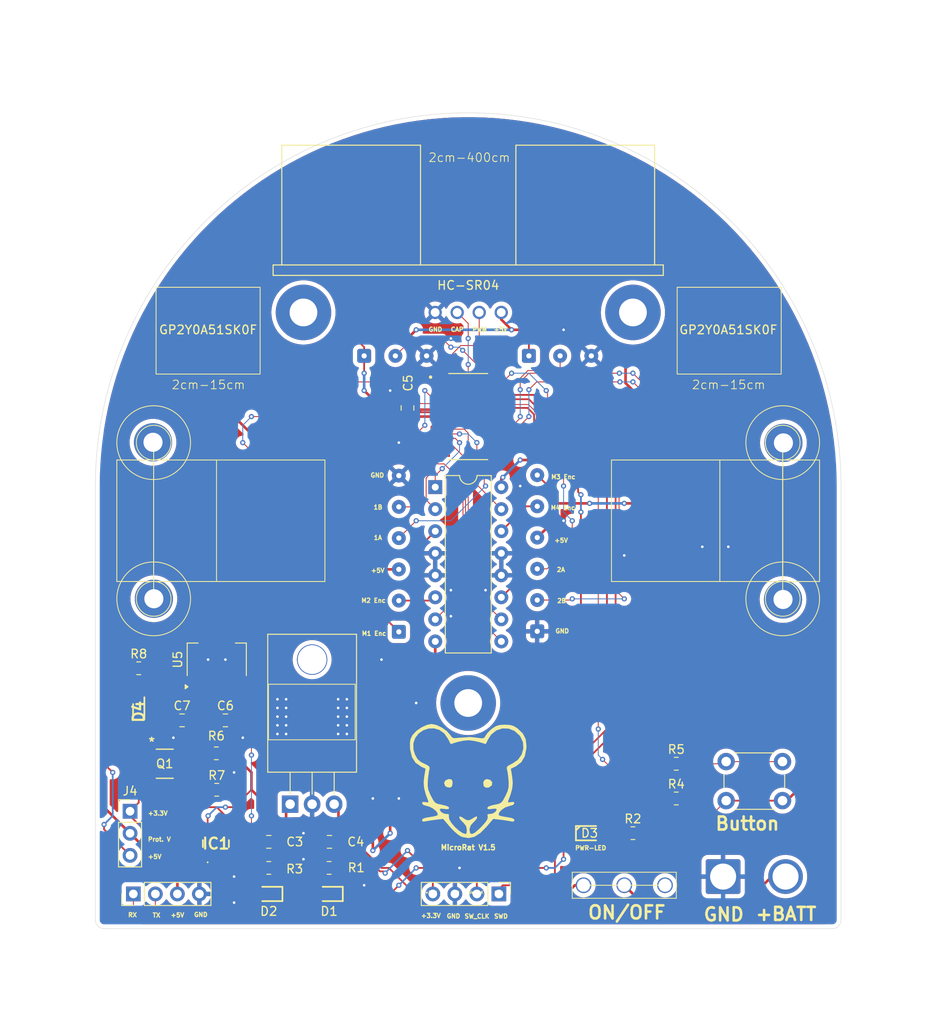
<source format=kicad_pcb>
(kicad_pcb (version 20240108) (generator "pcbnew") (generator_version "8.0")
  (title_block (title "MicroRat v1.5") (date "2025-09-03") (rev "1") (company "Berliner Hochschule für Technik"))
  (layers (0 "F.Cu" signal) (31 "B.Cu" signal) (34 "B.Paste" user) (35 "F.Paste" user) (36 "B.SilkS" user "B.Silkscreen") (37 "F.SilkS" user "F.Silkscreen") (38 "B.Mask" user) (39 "F.Mask" user) (44 "Edge.Cuts" user))
  (net 0 "")
  (net 1 "Batt_out")
  (net 2 "GND")
  (net 3 "+5V")
  (net 4 "+6V")
  (net 5 "Net-(D1-A)")
  (net 6 "Net-(D2-A)")
  (net 7 "Net-(D3-A)")
  (net 8 "Infra_out1")
  (net 9 "Infra_out2")
  (net 10 "+BATT")
  (net 11 "UART_RX")
  (net 12 "UART_TX")
  (net 13 "M1 Enc")
  (net 14 "M2 Enc")
  (net 15 "M3 Enc")
  (net 16 "M4 Enc")
  (net 17 "Prot. Voltage")
  (net 18 "Input 1")
  (net 19 "Input 3")
  (net 20 "Input 2")
  (net 21 "PWM 1")
  (net 22 "Input 4")
  (net 23 "PWM 2")
  (net 24 "unconnected-(U3-VDDP-Pad26)")
  (net 26 "CAP")
  (net 28 "Net-(R4-Pad2)")
  (net 34 "PWM 3")
  (net 36 "SWD")
  (net 37 "+3.3V")
  (net 38 "SW_CLK")
  (net 39 "Button")
  (net 43 "unconnected-(U3-P2.8-Pad5)")
  (net 46 "unconnected-(U3-P2.5-Pad2)")
  (net 47 "LED 2")
  (net 48 "LED 1")
  (net 49 "1A")
  (net 50 "1B")
  (net 51 "2A")
  (net 52 "2B")
  (net 53 "Net-(U5-VI)")
  (net 54 "Net-(IC1-INVERTING_INPUT)")
  (net 55 "Net-(IC1-OUT)")
  (footprint "MountingHole:MountingHole_2.2mm_M2_Pad_TopBottom" (layer "F.Cu") (at 274.357419 165.030957)
    (property "Reference" "REF**" (hide yes))
    (property "Value" "MountingHole_2.2mm_M2_Pad_TopBottom" (hide yes))
  )
  (footprint "Resistor_SMD:R_0805_2012Metric_Pad1.20x1.40mm_HandSolder" (layer "F.Cu") (at 208.95 200.8 180)
    (property "Reference" "R6")
    (property "Value" "R10k" (hide yes))
  )
  (footprint "Connector_Wire:SolderWire-0.1sqmm_1x03_P3.6mm_D0.4mm_OD1mm" (layer "F.Cu") (at 226 155)
    (property "Reference" "J2" (hide yes))
    (property "Value" "Conn_01x03_Socket" (hide yes))
  )
  (footprint "Connector_PinHeader_2.54mm:PinHeader_1x04_P2.54mm_Vertical" (layer "F.Cu") (at 199.38 217 90)
    (property "Reference" "J5" (hide yes))
    (property "Value" "Conn_01x04_Pin" (hide yes))
  )
  (footprint "Capacitor_SMD:C_0805_2012Metric_Pad1.18x1.45mm_HandSolder" (layer "F.Cu") (at 210 197)
    (property "Reference" "C6")
    (property "Value" "C100nF" (hide yes))
  )
  (footprint "LM7301:LM7301SN1T1G" (layer "F.Cu") (at 208.9 211.2 180)
    (property "Reference" "IC1")
    (property "Value" "LM7301SN1T1G" (hide yes))
  )
  (footprint "Library:Schiebeschalter" (layer "F.Cu") (at 256 216)
    (property "Reference" "SW3" (hide yes))
    (property "Value" "SW_SPDT" (hide yes))
  )
  (footprint "Button_Switch_THT:SW_PUSH_6mm_H4.3mm" (layer "F.Cu") (at 267.75 201.75)
    (property "Reference" "SW2" (hide yes))
    (property "Value" "SW_MEC_5E" (hide yes))
  )
  (footprint "150060GS75000:LEDC1608X80N" (layer "F.Cu") (at 252 210)
    (property "Reference" "D3")
    (property "Value" "LED" (hide yes))
  )
  (footprint "Package_TO_SOT_SMD:SOT-223-3_TabPin2" (layer "F.Cu") (at 209 190 90)
    (property "Reference" "U5")
    (property "Value" "LD1117S50TR_SOT223" (hide yes))
  )
  (footprint "Connector_PinHeader_2.54mm:PinHeader_1x03_P2.54mm_Vertical" (layer "F.Cu") (at 199 207.475)
    (property "Reference" "J4")
    (property "Value" "Conn_01x03_Socket" (hide yes))
  )
  (footprint "Library:Motor_Bracket" (layer "F.Cu") (at 279.275 172.5 -90)
    (property "Reference" "Motor" (hide yes))
    (property "Value" "Motor_Bracket" (hide yes))
  )
  (footprint "Resistor_SMD:R_0805_2012Metric_Pad1.20x1.40mm_HandSolder" (layer "F.Cu") (at 262 202)
    (property "Reference" "R5")
    (property "Value" "R10K" (hide yes))
  )
  (footprint "Library:Sharp" (layer "F.Cu") (at 204 147.1)
    (property "Reference" "GP2Y0A51SK0F")
    (property "Value" "Sharp" (hide yes))
  )
  (footprint "Library:Sharp" (layer "F.Cu") (at 262.1 147.1)
    (property "Reference" "GP2Y0A51SK0F")
    (property "Value" "Sharp" (hide yes))
  )
  (footprint "Capacitor_SMD:C_0805_2012Metric_Pad1.18x1.45mm_HandSolder" (layer "F.Cu") (at 205 197)
    (property "Reference" "C7")
    (property "Value" "C10uF" (hide yes))
  )
  (footprint "Connector_Wire:SolderWire-0.1sqmm_1x06_P3.6mm_D0.4mm_OD1mm" (layer "F.Cu") (at 230 186.8 90)
    (property "Reference" "J7" (hide yes))
    (property "Value" "Conn_01x06_Pin" (hide yes))
  )
  (footprint "Package_DIP:DIP-16_W7.62mm" (layer "F.Cu") (at 234.2 170.125)
    (property "Reference" "U1" (hide yes))
    (property "Value" "L293D" (hide yes))
  )
  (footprint "Capacitor_SMD:C_0805_2012Metric_Pad1.18x1.45mm_HandSolder" (layer "F.Cu") (at 222 211 180)
    (property "Reference" "C4")
    (property "Value" "C0.1uF" (hide yes))
  )
  (footprint "MountingHole:MountingHole_2.2mm_M2_Pad_TopBottom" (layer "F.Cu") (at 274.31153 183.070071)
    (property "Reference" "REF**" (hide yes))
    (property "Value" "MountingHole_2.2mm_M2_Pad_TopBottom" (hide yes))
  )
  (footprint "Package_TO_SOT_THT:TO-220-3_Horizontal_TabDown" (layer "F.Cu") (at 217.46 206.66)
    (property "Reference" "U10" (hide yes))
    (property "Value" "L7806" (hide yes))
  )
  (footprint "Connector_Wire:SolderWire-0.1sqmm_1x03_P3.6mm_D0.4mm_OD1mm" (layer "F.Cu") (at 245 155)
    (property "Reference" "J1" (hide yes))
    (property "Value" "Conn_01x03_Socket" (hide yes))
  )
  (footprint "Resistor_SMD:R_0805_2012Metric_Pad1.20x1.40mm_HandSolder" (layer "F.Cu") (at 257 210)
    (property "Reference" "R2")
    (property "Value" "R68" (hide yes))
  )
  (footprint "MountingHole:MountingHole_3.2mm_M3_Pad_TopBottom" (layer "F.Cu") (at 257 150)
    (property "Reference" "REF**" (hide yes))
    (property "Value" "MountingHole_3.2mm_M3_Pad_TopBottom" (hide yes))
  )
  (footprint "HC-SR04:XCVR_HC-SR04" (layer "F.Cu") (at 238 150 180)
    (property "Reference" "U4" (hide yes))
    (property "Value" "HC-SR04")
  )
  (footprint "Resistor_SMD:R_0805_2012Metric_Pad1.20x1.40mm_HandSolder" (layer "F.Cu") (at 209 205)
    (property "Reference" "R7")
    (property "Value" "R3.3k" (hide yes))
  )
  (footprint "Connector_Wire:SolderWire-2.5sqmm_1x02_P7.2mm_D2.4mm_OD3.6mm" (layer "F.Cu") (at 267.4 215)
    (property "Reference" "J3" (hide yes))
    (property "Value" "Conn_01x02_Pin" (hide yes))
  )
  (footprint "MountingHole:MountingHole_3.2mm_M3_Pad_TopBottom" (layer "F.Cu") (at 238 195)
    (property "Reference" "REF**" (hide yes))
    (property "Value" "MountingHole_3.2mm_M3_Pad_TopBottom" (hide yes))
  )
  (footprint "BAT60:SOD2513X110N" (layer "F.Cu") (at 200 196 -90)
    (property "Reference" "D4")
    (property "Value" "BAT60AE6327HTSA1" (hide yes))
  )
  (footprint "Library:Motor_Bracket" (layer "F.Cu") (at 196.725 175.5 90)
    (property "Reference" "Motor" (hide yes))
    (property "Value" "Motor_Bracket" (hide yes))
  )
  (footprint "Connector_PinHeader_2.54mm:PinHeader_1x04_P2.54mm_Vertical" (layer "F.Cu") (at 241.54 217 -90)
    (property "Reference" "J9" (hide yes))
    (property "Value" "Conn_Debug" (hide yes))
  )
  (footprint "sss:LEDC1608X80N" (layer "F.Cu") (at 215 217 180)
    (property "Reference" "D2")
    (property "Value" "LED Red" (hide yes))
  )
  (footprint "Resistor_SMD:R_0805_2012Metric_Pad1.20x1.40mm_HandSolder" (layer "F.Cu") (at 215 214 180)
    (property "Reference" "R3")
    (property "Value" "R128" (hide yes))
  )
  (footprint "XMC1402T038X0128AAXUMA1:SOP50P640X120-38N" (layer "F.Cu") (at 238 162)
    (property "Reference" "U3" (hide yes))
    (property "Value" "~")
  )
  (footprint "Connector_Wire:SolderWire-0.1sqmm_1x06_P3.6mm_D0.4mm_OD1mm" (layer "F.Cu") (at 245.96151 186.739722 90)
    (property "Reference" "J8" (hide yes))
    (property "Value" "Conn_01x06_Pin" (hide yes))
  )
  (footprint "ratlib:Marcus_Rat" (layer "F.Cu") (at 238 204)
    (property "Reference" "G***" (hide yes))
    (property "Value" "LOGO" (hide yes))
  )
  (footprint "Library:Kühlfläche" (layer "F.Cu") (at 214.961969 192.837842)
    (property "Reference" "REF**" (hide yes))
    (property "Value" "Kühlfläche" (hide yes))
  )
  (footprint "sss:LEDC1608X80N" (layer "F.Cu") (at 221.959398 217 180)
    (property "Reference" "D1")
    (property "Value" "LED Red" (hide yes))
  )
  (footprint "BSL30:PG-TSOP-6-1_INF" (layer "F.Cu") (at 203 202)
    (property "Reference" "Q1")
    (property "Value" "BSL307SPH6327XTSA1" (hide yes))
  )
  (footprint "Resistor_SMD:R_0805_2012Metric_Pad1.20x1.40mm_HandSolder" (layer "F.Cu") (at 221.959398 214 180)
    (property "Reference" "R1")
    (property "Value" "R128" (hide yes))
  )
  (footprint "Capacitor_SMD:C_0805_2012Metric_Pad1.18x1.45mm_HandSolder" (layer "F.Cu") (at 215 211)
    (property "Reference" "C3")
    (property "Value" "C0.33uF" (hide yes))
  )
  (footprint "MountingHole:MountingHole_2.2mm_M2_Pad_TopBottom" (layer "F.Cu") (at 201.747688 182.986561)
    (property "Reference" "REF**" (hide yes))
    (property "Value" "MountingHole_2.2mm_M2_Pad_TopBottom" (hide yes))
  )
  (footprint "MountingHole:MountingHole_3.2mm_M3_Pad_TopBottom" (layer "F.Cu") (at 219 150)
    (property "Reference" "REF**" (hide yes))
    (property "Value" "MountingHole_3.2mm_M3_Pad_TopBottom" (hide yes))
  )
  (footprint "Resistor_SMD:R_0805_2012Metric_Pad1.20x1.40mm_HandSolder" (layer "F.Cu") (at 200 191)
    (property "Reference" "R8")
    (property "Value" "R2.2k" (hide yes))
  )
  (footprint "Resistor_SMD:R_0805_2012Metric_Pad1.20x1.40mm_HandSolder" (layer "F.Cu") (at 262 206)
    (property "Reference" "R4")
    (property "Value" "R100" (hide yes))
  )
  (footprint "MountingHole:MountingHole_2.2mm_M2_Pad_TopBottom" (layer "F.Cu") (at 201.646794 164.960618)
    (property "Reference" "REF**" (hide yes))
    (property "Value" "MountingHole_2.2mm_M2_Pad_TopBottom" (hide yes))
  )
  (footprint "Capacitor_SMD:C_0805_2012Metric_Pad1.18x1.45mm_HandSolder" (layer "F.Cu") (at 231 161 -90)
    (property "Reference" "C5")
    (property "Value" "C100nF" (hide yes))
  )
  (gr_line (start 196 221) (end 280 221) (stroke (width 0.05)) (layer "Edge.Cuts"))
  (gr_arc (start 196 221) (mid 195.292893 220.707107) (end 195 220) (stroke (width 0.05)) (layer "Edge.Cuts"))
  (gr_arc (start 281 220) (mid 280.707107 220.707107) (end 280 221) (stroke (width 0.05)) (layer "Edge.Cuts"))
  (gr_arc (start 195 170) (mid 238 127) (end 281 170) (stroke (width 0.05)) (layer "Edge.Cuts"))
  (gr_line (start 195 170) (end 195 220) (stroke (width 0.05)) (layer "Edge.Cuts"))
  (gr_line (start 281 220) (end 281 170) (stroke (width 0.05)) (layer "Edge.Cuts"))
  (gr_text "ON/OFF " (at 251.663188 220.016308 0) (layer "F.SilkS") (effects (font (size 1.5 1.5) (thickness 0.3) (bold yes)) (justify left bottom)))
  (gr_text "+5V" (at 226.723647 180.025222 0) (layer "F.SilkS") (effects (font (size 0.5 0.5) (thickness 0.125)) (justify left bottom)))
  (gr_text "+5V" (at 201 213 0) (layer "F.SilkS") (effects (font (size 0.5 0.5) (thickness 0.125)) (justify left bottom)))
  (gr_text "+5V" (at 203.625205 219.729942 0) (layer "F.SilkS") (effects (font (size 0.5 0.5) (thickness 0.125)) (justify left bottom)))
  (gr_text "CAP" (at 235.925641 152.250918 0) (layer "F.SilkS") (effects (font (size 0.5 0.5) (thickness 0.125)) (justify left bottom)))
  (gr_text "GND" (at 265 220.244274 0) (layer "F.SilkS") (effects (font (size 1.5 1.5) (thickness 0.3) (bold yes)) (justify left bottom)))
  (gr_text "Prot. V" (at 201 211 0) (layer "F.SilkS") (effects (font (size 0.5 0.5) (thickness 0.125)) (justify left bottom)))
  (gr_text "+3.3V\n" (at 232.492121 219.79848 0) (layer "F.SilkS") (effects (font (size 0.5 0.5) (thickness 0.125)) (justify left bottom)))
  (gr_text "2A" (at 248.15873 179.937597 0) (layer "F.SilkS") (effects (font (size 0.5 0.5) (thickness 0.125)) (justify left bottom)))
  (gr_text "1A" (at 227.051544 176.241793 0) (layer "F.SilkS") (effects (font (size 0.5 0.5) (thickness 0.125)) (justify left bottom)))
  (gr_text "PWM" (at 238.423395 152.285851 0) (layer "F.SilkS") (effects (font (size 0.5 0.5) (thickness 0.125)) (justify left bottom)))
  (gr_text "SWD" (at 241 217 0) (layer "F.SilkS") (effects (font (size 0.3 0.3) (thickness 0.075)) (justify left bottom)))
  (gr_text "GND" (at 206.315644 219.679496 0) (layer "F.SilkS") (effects (font (size 0.5 0.5) (thickness 0.125)) (justify left bottom)))
  (gr_text "GND" (at 226.673201 169.053276 0) (layer "F.SilkS") (effects (font (size 0.5 0.5) (thickness 0.125)) (justify left bottom)))
  (gr_text "RX" (at 198.715154 219.713126 0) (layer "F.SilkS") (effects (font (size 0.5 0.5) (thickness 0.125)) (justify left bottom)))
  (gr_text "GND\n" (at 236 217 0) (layer "F.SilkS") (effects (font (size 0.3 0.3) (thickness 0.075)) (justify left bottom)))
  (gr_text "GND" (at 233.375486 152.250918 0) (layer "F.SilkS") (effects (font (size 0.5 0.5) (thickness 0.125)) (justify left bottom)))
  (gr_text "SWD" (at 240.923956 219.86855 0) (layer "F.SilkS") (effects (font (size 0.5 0.5) (thickness 0.125)) (justify left bottom)))
  (gr_text "M2 Enc" (at 225.613841 183.480755 0) (layer "F.SilkS") (effects (font (size 0.5 0.5) (thickness 0.125)) (justify left bottom)))
  (gr_text "M1 Enc" (at 225.670581 187.285711 0) (layer "F.SilkS") (effects (font (size 0.5 0.5) (thickness 0.125)) (justify left bottom)))
  (gr_text "+5V" (at 240.886216 152.268385 0) (layer "F.SilkS") (effects (font (size 0.5 0.5) (thickness 0.125)) (justify left bottom)))
  (gr_text "1B" (at 227.026321 172.735814 0) (layer "F.SilkS") (effects (font (size 0.5 0.5) (thickness 0.125)) (justify left bottom)))
  (gr_text "Button" (at 266.358725 209.772455 0) (layer "F.SilkS") (effects (font (size 1.5 1.5) (thickness 0.3) (bold yes)) (justify left bottom)))
  (gr_text "TX" (at 201.540115 219.746757 0) (layer "F.SilkS") (effects (font (size 0.5 0.5) (thickness 0.125)) (justify left bottom)))
  (gr_text "2B" (at 248.209176 183.519244 0) (layer "F.SilkS") (effects (font (size 0.5 0.5) (thickness 0.125)) (justify left bottom)))
  (gr_text "GND" (at 235.458445 219.845193 0) (layer "F.SilkS") (effects (font (size 0.5 0.5) (thickness 0.125)) (justify left bottom)))
  (gr_text "+3.3V" (at 201 208 0) (layer "F.SilkS") (effects (font (size 0.5 0.5) (thickness 0.125)) (justify left bottom)))
  (gr_text "MicroRat V1.5\n" (at 238 212 0) (layer "F.SilkS") (effects (font (size 0.6 0.6)) (justify bottom)))
  (gr_text "+BATT" (at 271 220.189456 0) (layer "F.SilkS") (effects (font (size 1.5 1.5) (thickness 0.3) (bold yes)) (justify left bottom)))
  (gr_text "M4 Enc" (at 247.459884 172.798217 0) (layer "F.SilkS") (effects (font (size 0.5 0.5) (thickness 0.125)) (justify left bottom)))
  (gr_text "GND" (at 248 187 0) (layer "F.SilkS") (effects (font (size 0.5 0.5) (thickness 0.125)) (justify left bottom)))
  (gr_text "+5V" (at 247.881279 176.557733 0) (layer "F.SilkS") (effects (font (size 0.5 0.5) (thickness 0.125)) (justify left bottom)))
  (gr_text "SW_CLK" (at 237.513851 219.86855 0) (layer "F.SilkS") (effects (font (size 0.5 0.5) (thickness 0.125)) (justify left bottom)))
  (gr_text "+3.3V" (at 233 217 0) (layer "F.SilkS") (effects (font (size 0.3 0.3) (thickness 0.075)) (justify left bottom)))
  (gr_text "SW_CLK" (at 238 217 0) (layer "F.SilkS") (effects (font (size 0.3 0.3) (thickness 0.075)) (justify left bottom)))
  (gr_text "M3 Enc" (at 247.504724 169.244595 0) (layer "F.SilkS") (effects (font (size 0.5 0.5) (thickness 0.125)) (justify left bottom)))
  (gr_text "PWR-LED" (at 250.26909 212 0) (layer "F.SilkS") (effects (font (size 0.5 0.5) (thickness 0.125) (bold yes)) (justify left bottom)))
  (gr_text_box "2cm-15cm" (start 262.9873 157) (end 281.0127 162.0254) (layer "F.SilkS") (effects (font (size 1 1) (thickness 0.1)) (justify left top)) (border no))
  (gr_text_box "2cm-400cm" (start 232.598389 130.820005) (end 250.623789 135.845405) (layer "F.SilkS") (effects (font (size 1 1) (thickness 0.1)) (justify left top)) (border no))
  (gr_text_box "2cm-15cm" (start 202.9873 157) (end 221.0127 162.0254) (layer "F.SilkS") (effects (font (size 1 1) (thickness 0.1)) (justify left top)) (border no))
  (segment (start 214 210.9625) (end 213.9625 211) (width 0.3) (layer "F.Cu") (net 1))
  (segment (start 217.46 206.66) (end 217 207.12) (width 0.3) (layer "F.Cu") (net 1))
  (segment (start 228 214) (end 226.025 212.025) (width 0.2) (layer "F.Cu") (net 1))
  (segment (start 213.9625 205.9625) (end 213 205) (width 0.3) (layer "F.Cu") (net 1))
  (segment (start 247.3 219) (end 250.3 216) (width 0.3) (layer "F.Cu") (net 1))
  (segment (start 211 207) (end 213 205) (width 0.2) (layer "F.Cu") (net 1))
  (segment (start 207 202) (end 207 200.165256) (width 0.2) (layer "F.Cu") (net 1))
  (segment (start 207.95 210) (end 207.95 208.05) (width 0.2) (layer "F.Cu") (net 1))
  (segment (start 204.25095 202.950001) (end 204.504199 202.950001) (width 0.2) (layer "F.Cu") (net 1))
  (segment (start 226.025 212.025) (end 219.255 212.025) (width 0.2) (layer "F.Cu") (net 1))
  (segment (start 217 208.69) (end 216.46 209.23) (width 0.3) (layer "F.Cu") (net 1))
  (segment (start 208.95 199.8) (end 209.95 200.8) (width 0.2) (layer "F.Cu") (net 1))
  (segment (start 207.95 208.05) (end 208 208) (width 0.2) (layer "F.Cu") (net 1))
  (segment (start 213.9625 211) (end 215.7325 209.23) (width 0.3) (layer "F.Cu") (net 1))
  (segment (start 206.4968 202.5032) (end 207 202) (width 0.2) (layer "F.Cu") (net 1))
  (segment (start 213.9625 211) (end 213.9625 205.9625) (width 0.3) (layer "F.Cu") (net 1))
  (segment (start 231 218) (end 231 216.151471) (width 0.2) (layer "F.Cu") (net 1))
  (segment (start 219.255 212.025) (end 216.46 209.23) (width 0.2) (layer "F.Cu") (net 1))
  (segment (start 210 207) (end 211 207) (width 0.2) (layer "F.Cu") (net 1))
  (segment (start 213 205) (end 213 203) (width 0.3) (layer "F.Cu") (net 1))
  (segment (start 207 200.165256) (end 207.365256 199.8) (width 0.2) (layer "F.Cu") (net 1))
  (segment (start 213 203) (end 210.8 200.8) (width 0.3) (layer "F.Cu") (net 1))
  (segment (start 210.8 200.8) (end 209.95 200.8) (width 0.3) (layer "F.Cu") (net 1))
  (segment (start 232 219) (end 247.3 219) (width 0.3) (layer "F.Cu") (net 1))
  (segment (start 217 207.12) (end 217 208.69) (width 0.3) (layer "F.Cu") (net 1))
  (segment (start 204.951 202.5032) (end 206.4968 202.5032) (width 0.2) (layer "F.Cu") (net 1))
  (segment (start 250.3 216) (end 251.3 216) (width 0.3) (layer "F.Cu") (net 1))
  (segment (start 231 216.151471) (end 228.848529 214) (width 0.2) (layer "F.Cu") (net 1))
  (segment (start 232 219) (end 231 218) (width 0.3) (layer "F.Cu") (net 1))
  (segment (start 228.848529 214) (end 228 214) (width 0.2) (layer "F.Cu") (net 1))
  (segment (start 207.365256 199.8) (end 208.95 199.8) (width 0.2) (layer "F.Cu") (net 1))
  (segment (start 215.7325 209.23) (end 216.46 209.23) (width 0.3) (layer "F.Cu") (net 1))
  (segment (start 204.504199 202.950001) (end 204.951 202.5032) (width 0.2) (layer "F.Cu") (net 1))
  (via (at 210 207) (size 0.6) (drill 0.3) (layers "F.Cu" "B.Cu") (net 1))
  (via (at 208 208) (size 0.6) (drill 0.3) (layers "F.Cu" "B.Cu") (net 1))
  (segment (start 208 208) (end 209 207) (width 0.2) (layer "B.Cu") (net 1))
  (segment (start 209 207) (end 210 207) (width 0.2) (layer "B.Cu") (net 1))
  (segment (start 208.9 212.9) (end 211 215) (width 0.2) (layer "F.Cu") (net 2))
  (segment (start 237 214.46) (end 236.46 215) (width 0.2) (layer "F.Cu") (net 2))
  (segment (start 231 159.9625) (end 232.5375 161.5) (width 0.2) (layer "F.Cu") (net 2))
  (segment (start 237 214) (end 237 214.46) (width 0.2) (layer "F.Cu") (net 2))
  (segment (start 232.5375 161.5) (end 235.12 161.5) (width 0.2) (layer "F.Cu") (net 2))
  (segment (start 236.46 215) (end 236.46 217) (width 0.2) (layer "F.Cu") (net 2))
  (segment (start 208.9 212.4) (end 208.9 212.9) (width 0.2) (layer "F.Cu") (net 2))
  (via (at 216 194.57) (size 0.6) (drill 0.3) (layers "F.Cu" "B.Cu") (net 2))
  (via (at 265 177) (size 0.6) (drill 0.3) (layers "F.Cu" "B.Cu") (net 2))
  (via (at 204 199) (size 0.6) (drill 0.3) (layers "F.Cu" "B.Cu") (net 2))
  (via (at 256 178) (size 0.6) (drill 0.3) (layers "F.Cu" "B.Cu") (net 2))
  (via (at 224 197.57) (size 0.6) (drill 0.3) (layers "F.Cu" "B.Cu") (net 2))
  (via (at 217 198.57) (size 0.6) (drill 0.3) (layers "F.Cu" "B.Cu") (net 2))
  (via (at 228 190) (size 0.6) (drill 0.3) (layers "F.Cu" "B.Cu") (net 2))
  (via (at 219 210) (size 0.6) (drill 0.3) (layers "F.Cu" "B.Cu") (net 2))
  (via (at 237 214) (size 0.6) (drill 0.3) (layers "F.Cu" "B.Cu") (net 2))
  (via (at 223 196.57) (size 0.6) (drill 0.3) (layers "F.Cu" "B.Cu") (net 2))
  (via (at 229 159) (size 0.6) (drill 0.3) (layers "F.Cu" "B.Cu") (net 2))
  (via (at 223 198.57) (size 0.6) (drill 0.3) (layers "F.Cu" "B.Cu") (net 2))
  (via (at 224 198.57) (size 0.6) (drill 0.3) (layers "F.Cu" "B.Cu") (net 2))
  (via (at 223 195.57) (size 0.6) (drill 0.3) (layers "F.Cu" "B.Cu") (net 2))
  (via (at 249 152) (size 0.6) (drill 0.3) (layers "F.Cu" "B.Cu") (net 2))
  (via (at 211 203) (size 0.6) (drill 0.3) (layers "F.Cu" "B.Cu") (net 2))
  (via (at 240 182) (size 0.6) (drill 0.3) (layers "F.Cu" "B.Cu") (net 2))
  (via (at 217 196.57) (size 0.6) (drill 0.3) (layers "F.Cu" "B.Cu") (net 2))
  (via (at 227 206) (size 0.6) (drill 0.3) (layers "F.Cu" "B.Cu") (net 2))
  (via (at 212 199) (size 0.6) (drill 0.3) (layers "F.Cu" "B.Cu") (net 2))
  (via (at 236 153) (size 0.6) (drill 0.3) (layers "F.Cu" "B.Cu") (net 2))
  (via (at 216 198.57) (size 0.6) (drill 0.3) (layers "F.Cu" "B.Cu") (net 2))
  (via (at 217 197.57) (size 0.6) (drill 0.3) (layers "F.Cu" "B.Cu") (net 2))
  (via (at 216 197.57) (size 0.6) (drill 0.3) (layers "F.Cu" "B.Cu") (net 2))
  (via (at 219 213) (size 0.6) (drill 0.3) (layers "F.Cu" "B.Cu") (net 2))
  (via (at 232 195) (size 0.6) (drill 0.3) (layers "F.Cu" "B.Cu") (net 2))
  (via (at 216 195.57) (size 0.6) (drill 0.3) (layers "F.Cu" "B.Cu") (net 2))
  (via (at 236 182) (size 0.6) (drill 0.3) (layers "F.Cu" "B.Cu") (net 2))
  (via (at 216 196.57) (size 0.6) (drill 0.3) (layers "F.Cu" "B.Cu") (net 2))
  (via (at 223 197.57) (size 0.6) (drill 0.3) (layers "F.Cu" "B.Cu") (net 2))
  (via (at 210 190) (size 0.6) (drill 0.3) (layers "F.Cu" "B.Cu") (net 2))
  (via (at 249 174) (size 0.6) (drill 0.3) (layers "F.Cu" "B.Cu") (net 2))
  (via (at 224 194.57) (size 0.6) (drill 0.3) (layers "F.Cu" "B.Cu") (net 2))
  (via (at 217 194.57) (size 0.6) (drill 0.3) (layers "F.Cu" "B.Cu") (net 2))
  (via (at 211 215) (size 0.6) (drill 0.3) (layers "F.Cu" "B.Cu") (net 2))
  (via (at 244 170) (size 0.6) (drill 0.3) (layers "F.Cu" "B.Cu") (net 2))
  (via (at 224 195.57) (size 0.6) (drill 0.3) (layers "F.Cu" "B.Cu") (net 2))
  (via (at 223 194.57) (size 0.6) (drill 0.3) (layers "F.Cu" "B.Cu") (net 2))
  (via (at 236 185) (size 0.6) (drill 0.3) (layers "F.Cu" "B.Cu") (net 2))
  (via (at 211 218) (size 0.6) (drill 0.3) (layers "F.Cu" "B.Cu") (net 2))
  (via (at 224 196.57) (size 0.6) (drill 0.3) (layers "F.Cu" "B.Cu") (net 2))
  (via (at 208 190) (size 0.6) (drill 0.3) (layers "F.Cu" "B.Cu") (net 2))
  (via (at 230 206) (size 0.6) (drill 0.3) (layers "F.Cu" "B.Cu") (net 2))
  (via (at 268 177) (size 0.6) (drill 0.3) (layers "F.Cu" "B.Cu") (net 2))
  (via (at 217 195.57) (size 0.6) (drill 0.3) (layers "F.Cu" "B.Cu") (net 2))
  (via (at 230 165) (size 0.6) (drill 0.3) (layers "F.Cu" "B.Cu") (net 2))
  (via (at 226 216) (size 0.6) (drill 0.3) (layers "F.Cu" "B.Cu") (net 2))
  (segment (start 209 186.85) (end 209 193.15) (width 0.2) (layer "F.Cu") (net 3))
  (segment (start 196.45 202.45) (end 197 203) (width 0.2) (layer "F.Cu") (net 3))
  (segment (start 209 193.15) (end 209 195) (width 0.2) (layer "F.Cu") (net 3))
  (segment (start 197 188) (end 196.45 188.55) (width 0.2) (layer "F.Cu") (net 3))
  (segment (start 209 195) (end 208.025 195.975) (width 0.2) (layer "F.Cu") (net 3))
  (segment (start 204.9875 195.975) (end 203.9625 197) (width 0.2) (layer "F.Cu") (net 3))
  (segment (start 202.138 197) (end 200 194.862) (width 0.2) (layer "F.Cu") (net 3))
  (segment (start 196.45 188.55) (end 196.45 189) (width 0.2) (layer "F.Cu") (net 3))
  (segment (start 196.45 189) (end 196.45 202.45) (width 0.2) (layer "F.Cu") (net 3))
  (segment (start 209 186.85) (end 205.15 186.85) (width 0.2) (layer "F.Cu") (net 3))
  (segment (start 196 209.555) (end 199 212.555) (width 0.2) (layer "F.Cu") (net 3))
  (segment (start 208.025 195.975) (end 204.9875 195.975) (width 0.2) (layer "F.Cu") (net 3))
  (segment (start 205.15 186.85) (end 204 188) (width 0.2) (layer "F.Cu") (net 3))
  (segment (start 196 209) (end 196 209.555) (width 0.2) (layer "F.Cu") (net 3))
  (segment (start 204 188) (end 197 188) (width 0.2) (layer "F.Cu") (net 3))
  (segment (start 203.9625 197) (end 202.138 197) (width 0.2) (layer "F.Cu") (net 3))
  (via (at 197 203) (size 0.6) (drill 0.3) (layers "F.Cu" "B.Cu") (net 3))
  (via (at 196 209) (size 0.6) (drill 0.3) (layers "F.Cu" "B.Cu") (net 3))
  (segment (start 197 208) (end 196 209) (width 0.2) (layer "B.Cu") (net 3))
  (segment (start 197 203) (end 197 208) (width 0.2) (layer "B.Cu") (net 3))
  (segment (start 234.2 190.8) (end 234.2 187.905) (width 0.3) (layer "F.Cu") (net 4))
  (segment (start 227 212) (end 227 211) (width 0.3) (layer "F.Cu") (net 4))
  (segment (start 229 210) (end 229 196) (width 0.3) (layer "F.Cu") (net 4))
  (segment (start 223.0375 211) (end 223.0375 210.7275) (width 0.3) (layer "F.Cu") (net 4))
  (segment (start 227 211) (end 226 210) (width 0.3) (layer "F.Cu") (net 4))
  (segment (start 229 196) (end 234.2 190.8) (width 0.3) (layer "F.Cu") (net 4))
  (segment (start 222.54 206.66) (end 223.0375 207.1575) (width 0.3) (layer "F.Cu") (net 4))
  (segment (start 226 210) (end 223.765 210) (width 0.3) (layer "F.Cu") (net 4))
  (segment (start 223.765 210) (end 223.0375 210.7275) (width 0.3) (layer "F.Cu") (net 4))
  (segment (start 223.0375 207.1575) (end 223.0375 210.7275) (width 0.3) (layer "F.Cu") (net 4))
  (via (at 227 212) (size 0.6) (drill 0.3) (layers "F.Cu" "B.Cu") (net 4))
  (via (at 229 210) (size 0.6) (drill 0.3) (layers "F.Cu" "B.Cu") (net 4))
  (segment (start 229 210) (end 227 212) (width 0.3) (layer "B.Cu") (net 4))
  (segment (start 222.959398 214) (end 222.959398 215.25) (width 0.2) (layer "F.Cu") (net 5))
  (segment (start 222.959398 215.25) (end 221.209398 217) (width 0.2) (layer "F.Cu") (net 5))
  (segment (start 216 215.25) (end 214.25 217) (width 0.2) (layer "F.Cu") (net 6))
  (segment (start 216 214) (end 216 215.25) (width 0.2) (layer "F.Cu") (net 6))
  (segment (start 256 210) (end 252.4075 210) (width 0.1) (layer "F.Cu") (net 7))
  (segment (start 244.875736 156.7) (end 248.3 156.7) (width 0.1) (layer "F.Cu") (net 8))
  (segment (start 248.3 156.7) (end 248.6 156.4) (width 0.1) (layer "F.Cu") (net 8))
  (segment (start 243.075736 158.5) (end 244.875736 156.7) (width 0.1) (layer "F.Cu") (net 8))
  (segment (start 240.88 158.5) (end 243.075736 158.5) (width 0.1) (layer "F.Cu") (net 8))
  (segment (start 240.88 158.5) (end 240.99 158.61) (width 0.1) (layer "F.Cu") (net 8))
  (segment (start 248.6 156.4) (end 248.6 155) (width 0.1) (layer "F.Cu") (net 8))
  (segment (start 239 156) (end 239 157.899999) (width 0.1) (layer "F.Cu") (net 9))
  (segment (start 239 157.899999) (end 240.100001 159) (width 0.1) (layer "F.Cu") (net 9))
  (segment (start 237.362818 154.362818) (end 237.488796 154.362818) (width 0.1) (layer "F.Cu") (net 9))
  (segment (start 237.362818 154.362818) (end 239 156) (width 0.1) (layer "F.Cu") (net 9))
  (segment (start 235 153) (end 231.6 153) (width 0.1) (layer "F.Cu") (net 9))
  (segment (start 236 154) (end 235 153) (width 0.1) (layer "F.Cu") (net 9))
  (segment (start 231.6 153) (end 229.6 155) (width 0.1) (layer "F.Cu") (net 9))
  (segment (start 240.100001 159) (end 240.88 159) (width 0.1) (layer "F.Cu") (net 9))
  (via (at 236 154) (size 0.6) (drill 0.3) (layers "F.Cu" "B.Cu") (net 9))
  (via (at 237.362818 154.362818) (size 0.6) (drill 0.3) (layers "F.Cu" "B.Cu") (net 9))
  (segment (start 236 154) (end 237 154) (width 0.1) (layer "B.Cu") (net 9))
  (segment (start 237 154) (end 237.362818 154.362818) (width 0.1) (layer "B.Cu") (net 9))
  (segment (start 274.6 215) (end 273 215) (width 0.3) (layer "F.Cu") (net 10))
  (segment (start 273 215) (end 270 218) (width 0.3) (layer "F.Cu") (net 10))
  (segment (start 270 218) (end 258 218) (width 0.3) (layer "F.Cu") (net 10))
  (segment (start 258 218) (end 256 216) (width 0.3) (layer "F.Cu") (net 10))
  (segment (start 257 157) (end 260 160) (width 0.1) (layer "F.Cu") (net 11))
  (segment (start 244 162) (end 244 162.159999) (width 0.1) (layer "F.Cu") (net 11))
  (segment (start 255.434313 157) (end 245 157) (width 0.1) (layer "F.Cu") (net 11))
  (segment (start 200.45 220.45) (end 199.38 219.38) (width 0.1) (layer "F.Cu") (net 11))
  (segment (start 279.3 163.875736) (end 279.3 220.274264) (width 0.1) (layer "F.Cu") (net 11))
  (segment (start 275.424264 160) (end 279.3 163.875736) (width 0.1) (layer "F.Cu") (net 11))
  (segment (start 260 160) (end 275.424264 160) (width 0.1) (layer "F.Cu") (net 11))
  (segment (start 199.38 219.38) (end 199.38 217) (width 0.1) (layer "F.Cu") (net 11))
  (segment (start 279.124264 220.45) (end 200.45 220.45) (width 0.1) (layer "F.Cu") (net 11))
  (segment (start 241.659999 164.5) (end 240.88 164.5) (width 0.1) (layer "F.Cu") (net 11))
  (segment (start 244 162.159999) (end 241.659999 164.5) (width 0.1) (layer "F.Cu") (net 11))
  (segment (start 244 158) (end 244 158.9) (width 0.1) (layer "F.Cu") (net 11))
  (segment (start 279.3 220.274264) (end 279.124264 220.45) (width 0.1) (layer "F.Cu") (net 11))
  (segment (start 245 157) (end 244 158) (width 0.1) (layer "F.Cu") (net 11))
  (via (at 244 158.9) (size 0.6) (drill 0.3) (layers "F.Cu" "B.Cu") (net 11))
  (via (at 257 157) (size 0.6) (drill 0.3) (layers "F.Cu" "B.Cu") (net 11))
  (via (at 244 162) (size 0.6) (drill 0.3) (layers "F.Cu" "B.Cu") (net 11))
  (via (at 255.434313 157) (size 0.6) (drill 0.3) (layers "F.Cu" "B.Cu") (net 11))
  (segment (start 257 157) (end 255.434313 157) (width 0.1) (layer "B.Cu") (net 11))
  (segment (start 244 162) (end 244 158.9) (width 0.1) (layer "B.Cu") (net 11))
  (segment (start 275.3 160.3) (end 279 164) (width 0.1) (layer "F.Cu") (net 12))
  (segment (start 242 165) (end 240.88 165) (width 0.1) (layer "F.Cu") (net 12))
  (segment (start 279 220) (end 278.85 220.15) (width 0.1) (layer "F.Cu") (net 12))
  (segment (start 203.15 220.15) (end 201.92 218.92) (width 0.1) (layer "F.Cu") (net 12))
  (segment (start 279 164) (end 279 220) (width 0.1) (layer "F.Cu") (net 12))
  (segment (start 201.92 218.92) (end 201.92 217) (width 0.1) (layer "F.Cu") (net 12))
  (segment (start 257 158) (end 259.3 160.3) (width 0.1) (layer "F.Cu") (net 12))
  (segment (start 245 162) (end 242 165) (width 0.1) (layer "F.Cu") (net 12))
  (segment (start 245.9 158) (end 245 158.9) (width 0.1) (layer "F.Cu") (net 12))
  (segment (start 278.85 220.15) (end 203.15 220.15) (width 0.1) (layer "F.Cu") (net 12))
  (segment (start 259.3 160.3) (end 275.3 160.3) (width 0.1) (layer "F.Cu") (net 12))
  (segment (start 255.5 158) (end 245.9 158) (width 0.1) (layer "F.Cu") (net 12))
  (via (at 257 158) (size 0.6) (drill 0.3) (layers "F.Cu" "B.Cu") (net 12))
  (via (at 245 162) (size 0.6) (drill 0.3) (layers "F.Cu" "B.Cu") (net 12))
  (via (at 245 158.9) (size 0.6) (drill 0.3) (layers "F.Cu" "B.Cu") (net 12))
  (via (at 255.5 158) (size 0.6) (drill 0.3) (layers "F.Cu" "B.Cu") (net 12))
  (segment (start 245 158.9) (end 245 162) (width 0.1) (layer "B.Cu") (net 12))
  (segment (start 257 158) (end 255.5 158) (width 0.1) (layer "B.Cu") (net 12))
  (segment (start 228 181) (end 232 181) (width 0.2) (layer "F.Cu") (net 13))
  (segment (start 232 181) (end 232 177.405) (width 0.2) (layer "F.Cu") (net 13))
  (segment (start 232 177.405) (end 234.2 175.205) (width 0.2) (layer "F.Cu") (net 13))
  (segment (start 230 186.8) (end 228 184.8) (width 0.2) (layer "F.Cu") (net 13))
  (segment (start 228 184.8) (end 228 181) (width 0.2) (layer "F.Cu") (net 13))
  (segment (start 233.825 183.2) (end 234.2 182.825) (width 0.2) (layer "F.Cu") (net 14))
  (segment (start 230 183.2) (end 233.825 183.2) (width 0.2) (layer "F.Cu") (net 14))
  (segment (start 245.96151 168.739722) (end 247.55 170.328212) (width 0.2) (layer "F.Cu") (net 15))
  (segment (start 247 174) (end 245 174) (width 0.2) (layer "F.Cu") (net 15))
  (segment (start 247.55 173.45) (end 247 174) (width 0.2) (layer "F.Cu") (net 15))
  (segment (start 247.55 170.328212) (end 247.55 173.45) (width 0.2) (layer "F.Cu") (net 15))
  (segment (start 244 175) (end 244 180.645) (width 0.2) (layer "F.Cu") (net 15))
  (segment (start 244 180.645) (end 241.82 182.825) (width 0.2) (layer "F.Cu") (net 15))
  (segment (start 245 174) (end 244 175) (width 0.2) (layer "F.Cu") (net 15))
  (segment (start 244.685278 172.339722) (end 241.82 175.205) (width 0.2) (layer "F.Cu") (net 16))
  (segment (start 245.96151 172.339722) (end 244.685278 172.339722) (width 0.2) (layer "F.Cu") (net 16))
  (segment (start 244 167) (end 247.363604 167) (width 0.3) (layer "F.Cu") (net 17))
  (segment (start 267 168.989949) (end 267 172) (width 0.3) (layer "F.Cu") (net 17))
  (segment (start 248 167.636396) (end 248 172.173654) (width 0.3) (layer "F.Cu") (net 17))
  (segment (start 244 152) (end 245 151) (width 0.3) (layer "F.Cu") (net 17))
  (segment (start 256 172) (end 267 172) (width 0.3) (layer "F.Cu") (net 17))
  (segment (start 224.3 168.3) (end 217.3 168.3) (width 0.3) (layer "F.Cu") (net 17))
  (segment (start 228.3 179.3) (end 228.3 172.3) (width 0.3) (layer "F.Cu") (net 17))
  (segment (start 201 160) (end 218 160) (width 0.3) (layer "F.Cu") (net 17))
  (segment (start 256.15 155.15) (end 256.15 158.139949) (width 0.3) (layer "F.Cu") (net 17))
  (segment (start 196 165) (end 201 160) (width 0.3) (layer "F.Cu") (net 17))
  (segment (start 277 193) (end 277 204) (width 0.3) (layer "F.Cu") (net 17))
  (segment (start 226 154) (end 225 153) (width 0.2) (layer "F.Cu") (net 17))
  (segment (start 277 204) (end 275.032842 205.967158) (width 0.3) (layer "F.Cu") (net 17))
  (segment (start 199 210.015) (end 200.2 211.215) (width 0.3) (layer "F.Cu") (net 17))
  (segment (start 218 160) (end 225 153) (width 0.3) (layer "F.Cu") (net 17))
  (segment (start 252 151) (end 256.15 155.15) (width 0.3) (layer "F.Cu") (net 17))
  (segment (start 267.75 206.25) (end 264 210) (width 0.1) (layer "F.Cu") (net 17))
  (segment (start 245 151) (end 252 151) (width 0.3) (layer "F.Cu") (net 17))
  (segment (start 204.46 212.46) (end 204.46 217) (width 0.3) (layer "F.Cu") (net 17))
  (segment (start 228.3 172.3) (end 224.3 168.3) (width 0.3) (layer "F.Cu") (net 17))
  (segment (start 204 216.54) (end 204.46 217) (width 0.3) (layer "F.Cu") (net 17))
  (segment (start 226 155) (end 226 157) (width 0.2) (layer "F.Cu") (net 17))
  (segment (start 228.6 179.6) (end 230 179.6) (width 0.3) (layer "F.Cu") (net 17))
  (segment (start 274.25 206.25) (end 267.244974 206.25) (width 0.2) (layer "F.Cu") (net 17))
  (segment (start 247.363604 167) (end 248 167.636396) (width 0.3) (layer "F.Cu") (net 17))
  (segment (start 241.82 169.18) (end 242 169) (width 0.3) (layer "F.Cu") (net 17))
  (segment (start 248 173.901232) (end 245.96151 175.939722) (width 0.3) (layer "F.Cu") (net 17))
  (segment (start 241.82 170.125) (end 241.82 169.18) (width 0.3) (layer "F.Cu") (net 17))
  (segment (start 228.3 179.3) (end 228.6 179.6) (width 0.3) (layer "F.Cu") (net 17))
  (segment (start 232 152) (end 231 153) (width 0.3) (layer "F.Cu") (net 17))
  (segment (start 217.3 168.3) (end 209 160) (width 0.3) (layer "F.Cu") (net 17))
  (segment (start 267 172) (end 267 183) (width 0.3) (layer "F.Cu") (net 17))
  (segment (start 200.2 211.215) (end 203.215 211.215) (width 0.3) (layer "F.Cu") (net 17))
  (segment (start 248.173654 172) (end 248 172.173654) (width 0.3) (layer "F.Cu") (net 17))
  (segment (start 256.15 158.139949) (end 267 168.989949) (width 0.3) (layer "F.Cu") (net 17))
  (segment (start 243 152) (end 244 152) (width 0.3) (layer "F.Cu") (net 17))
  (segment (start 231.932116 162.0375) (end 231.969616 162) (width 0.3) (layer "F.Cu") (net 17))
  (segment (start 252 172) (end 248.173654 172) (width 0.3) (layer "F.Cu") (net 17))
  (segment (start 241.81 150.81) (end 241.81 150) (width 0.3) (layer "F.Cu") (net 17))
  (segment (start 226 155) (end 226 154) (width 0.2) (layer "F.Cu") (net 17))
  (segment (start 231 153) (end 225 153) (width 0.3) (layer "F.Cu") (net 17))
  (segment (start 245 155) (end 245 151) (width 0.2) (layer "F.Cu") (net 17))
  (segment (start 226 159) (end 229.0375 162.0375) (width 0.3) (layer "F.Cu") (net 17))
  (segment (start 267.244974 206.25) (end 266.997487 206.002513) (width 0.2) (layer "F.Cu") (net 17))
  (segment (start 231.969616 162) (end 235.12 162) (width 0.3) (layer "F.Cu") (net 17))
  (segment (start 267 183) (end 277 193) (width 0.3) (layer "F.Cu") (net 17))
  (segment (start 264 210) (end 258 210) (width 0.1) (layer "F.Cu") (net 17))
  (segment (start 203.215 211.215) (end 204.46 212.46) (width 0.3) (layer "F.Cu") (net 17))
  (segment (start 229.0375 162.0375) (end 231.932116 162.0375) (width 0.3) (layer "F.Cu") (net 17))
  (segment (start 199 210.015) (end 196 207.015) (width 0.3) (layer "F.Cu") (net 17))
  (segment (start 275.032842 205.967158) (end 273.532843 205.967158) (width 0.3) (layer "F.Cu") (net 17))
  (segment (start 248 172.173654) (end 248 173.901232) (width 0.3) (layer "F.Cu") (net 17))
  (segment (start 196 207.015) (end 196 165) (width 0.3) (layer "F.Cu") (net 17))
  (segment (start 243 152) (end 241.81 150.81) (width 0.3) (layer "F.Cu") (net 17))
  (via (at 256 172) (size 0.6) (drill 0.3) (layers "F.Cu" "B.Cu") (net 17))
  (via (at 244 167) (size 0.6) (drill 0.3) (layers "F.Cu" "B.Cu") (net 17))
  (via (at 252 172) (size 0.6) (drill 0.3) (layers "F.Cu" "B.Cu") (net 17))
  (via (at 226 157) (size 0.6) (drill 0.3) (layers "F.Cu" "B.Cu") (net 17))
  (via (at 226 159) (size 0.6) (drill 0.3) (layers "F.Cu" "B.Cu") (net 17))
  (via (at 242 169) (size 0.6) (drill 0.3) (layers "F.Cu" "B.Cu") (net 17))
  (via (at 232 152) (size 0.6) (drill 0.3) (layers "F.Cu" "B.Cu") (net 17))
  (via (at 243 152) (size 0.6) (drill 0.3) (layers "F.Cu" "B.Cu") (net 17))
  (segment (start 243 152) (end 232 152) (width 0.3) (layer "B.Cu") (net 17))
  (segment (start 242 169) (end 244 167) (width 0.3) (layer "B.Cu") (net 17))
  (segment (start 256 172) (end 252 172) (width 0.3) (layer "B.Cu") (net 17))
  (segment (start 226 159) (end 226 157) (width 0.3) (layer "B.Cu") (net 17))
  (segment (start 233.15 171.615) (end 234.2 172.665) (width 0.1) (layer "F.Cu") (net 18))
  (segment (start 235.12 162.5) (end 234.365978 162.5) (width 0.1) (layer "F.Cu") (net 18))
  (segment (start 234.365978 162.5) (end 233.7 163.165978) (width 0.1) (layer "F.Cu") (net 18))
  (segment (start 233.7 163.165978) (end 233.7 168.525) (width 0.1) (layer "F.Cu") (net 18))
  (segment (start 233.7 168.525) (end 233.15 169.075) (width 0.1) (layer "F.Cu") (net 18))
  (segment (start 233.15 169.075) (end 233.15 171.615) (width 0.1) (layer "F.Cu") (net 18))
  (segment (start 235.17 163.45) (end 237.55 163.45) (width 0.1) (layer "F.Cu") (net 19))
  (segment (start 238 163.9) (end 238 181.545) (width 0.1) (layer "F.Cu") (net 19))
  (segment (start 235.12 163.5) (end 235.17 163.45) (width 0.1) (layer "F.Cu") (net 19))
  (segment (start 237.55 163.45) (end 238 163.9) (width 0.1) (layer "F.Cu") (net 19))
  (segment (start 238 181.545) (end 241.82 185.365) (width 0.1) (layer "F.Cu") (net 19))
  (segment (start 234 163.365978) (end 234.365978 163) (width 0.1) (layer "F.Cu") (net 20))
  (segment (start 234.365978 163) (end 235.12 163) (width 0.1) (layer "F.Cu") (net 20))
  (segment (start 234.2 185.365) (end 237.4 182.165) (width 0.1) (layer "F.Cu") (net 20))
  (segment (start 235.227818 167.45) (end 234.45 167.45) (width 0.1) (layer "F.Cu") (net 20))
  (segment (start 234 167) (end 234 163.365978) (width 0.1) (layer "F.Cu") (net 20))
  (segment (start 237.4 169.622182) (end 235.227818 167.45) (width 0.1) (layer "F.Cu") (net 20))
  (segment (start 234.45 167.45) (end 234 167) (width 0.1) (layer "F.Cu") (net 20))
  (segment (start 237.4 182.165) (end 237.4 169.622182) (width 0.1) (layer "F.Cu") (net 20))
  (segment (start 235 168) (end 234.2 168.8) (width 0.1) (layer "F.Cu") (net 21))
  (segment (start 236.5 164.5) (end 235.12 164.5) (width 0.1) (layer "F.Cu") (net 21))
  (segment (start 234.2 168.8) (end 234.2 170.125) (width 0.1) (layer "F.Cu") (net 21))
  (segment (start 237 165) (end 236.5 164.5) (width 0.1) (layer "F.Cu") (net 21))
  (via (at 235 168) (size 0.6) (drill 0.3) (layers "F.Cu" "B.Cu") (net 21))
  (via (at 237 165) (size 0.6) (drill 0.3) (layers "F.Cu" "B.Cu") (net 21))
  (segment (start 237 165) (end 237 166) (width 0.1) (layer "B.Cu") (net 21))
  (segment (start 237 166) (end 235 168) (width 0.1) (layer "B.Cu") (net 21))
  (segment (start 239 165) (end 239 169.845) (width 0.1) (layer "F.Cu") (net 22))
  (segment (start 239 169.845) (end 241.82 172.665) (width 0.1) (layer "F.Cu") (net 22))
  (segment (start 237 164) (end 235.12 164) (width 0.1) (layer "F.Cu") (net 22))
  (via (at 239 165) (size 0.6) (drill 0.3) (layers "F.Cu" "B.Cu") (net 22))
  (via (at 237 164) (size 0.6) (drill 0.3) (layers "F.Cu" "B.Cu") (net 22))
  (segment (start 238 164) (end 239 165) (width 0.1) (layer "B.Cu") (net 22))
  (segment (start 237 164) (end 238 164) (width 0.1) (layer "B.Cu") (net 22))
  (segment (start 237.7 183.785) (end 241.82 187.905) (width 0.1) (layer "F.Cu") (net 23))
  (segment (start 235.874022 165) (end 237.7 166.825978) (width 0.1) (layer "F.Cu") (net 23))
  (segment (start 237.7 166.825978) (end 237.7 183.785) (width 0.1) (layer "F.Cu") (net 23))
  (segment (start 235.12 165) (end 235.874022 165) (width 0.1) (layer "F.Cu") (net 23))
  (segment (start 240.88 163.5) (end 240.125978 163.5) (width 0.1) (layer "F.Cu") (net 24))
  (segment (start 238 156) (end 238 158.899999) (width 0.1) (layer "F.Cu") (net 26))
  (segment (start 238 158.899999) (end 240.100001 161) (width 0.1) (layer "F.Cu") (net 26))
  (segment (start 240.100001 161) (end 240.88 161) (width 0.1) (layer "F.Cu") (net 26))
  (segment (start 238 153) (end 238 151.27) (width 0.1) (layer "F.Cu") (net 26))
  (segment (start 238 151.27) (end 236.73 150) (width 0.1) (layer "F.Cu") (net 26))
  (via (at 238 153) (size 0.6) (drill 0.3) (layers "F.Cu" "B.Cu") (net 26))
  (via (at 238 156) (size 0.6) (drill 0.3) (layers "F.Cu" "B.Cu") (net 26))
  (segment (start 238 156) (end 238 153) (width 0.1) (layer "B.Cu") (net 26))
  (segment (start 263 206) (end 263 202) (width 0.1) (layer "F.Cu") (net 28))
  (segment (start 263 202) (end 267.5 202) (width 0.1) (layer "F.Cu") (net 28))
  (segment (start 267.75 201.75) (end 273.25 201.75) (width 0.1) (layer "F.Cu") (net 28))
  (segment (start 267.5 202) (end 267.75 201.75) (width 0.1) (layer "F.Cu") (net 28))
  (segment (start 235.899999 161) (end 235.12 161) (width 0.1) (layer "F.Cu") (net 34))
  (segment (start 236.199999 154.747819) (end 236.199999 160.7) (width 0.1) (layer "F.Cu") (net 34))
  (segment (start 239.27 153.46) (end 238.917182 153.812818) (width 0.1) (layer "F.Cu") (net 34))
  (segment (start 236.199999 160.7) (end 235.899999 161) (width 0.1) (layer "F.Cu") (net 34))
  (segment (start 239.27 153.46) (end 239.27 150) (width 0.1) (layer "F.Cu") (net 34))
  (segment (start 237.135 153.812818) (end 236.199999 154.747819) (width 0.1) (layer "F.Cu") (net 34))
  (segment (start 238.917182 153.812818) (end 237.135 153.812818) (width 0.1) (layer "F.Cu") (net 34))
  (segment (start 254 171) (end 254 198) (width 0.2) (layer "F.Cu") (net 36))
  (segment (start 246.35 161.35) (end 246.35 163.35) (width 0.2) (layer "F.Cu") (net 36))
  (segment (start 246.35 163.35) (end 254 171) (width 0.2) (layer "F.Cu") (net 36))
  (segment (start 245 160) (end 246.35 161.35) (width 0.2) (layer "F.Cu") (net 36))
  (segment (start 240.88 160) (end 245 160) (width 0.2) (layer "F.Cu") (net 36))
  (segment (start 241.54 216.46) (end 241.54 217) (width 0.2) (layer "F.Cu") (net 36))
  (segment (start 254 198) (end 248 204) (width 0.2) (layer "F.Cu") (net 36))
  (segment (start 248 204) (end 248 215) (width 0.2) (layer "F.Cu") (net 36))
  (segment (start 247 216) (end 242 216) (width 0.2) (layer "F.Cu") (net 36))
  (segment (start 242 216) (end 241.54 216.46) (width 0.2) (layer "F.Cu") (net 36))
  (segment (start 248 215) (end 247 216) (width 0.2) (layer "F.Cu") (net 36))
  (segment (start 200 206.475) (end 199 207.475) (width 0.2) (layer "F.Cu") (net 37))
  (segment (start 200 199) (end 200 206.475) (width 0.2) (layer "F.Cu") (net 37))
  (segment (start 226.2 219.8) (end 213.2 219.8) (width 0.2) (layer "F.Cu") (net 37))
  (segment (start 213 219.6) (end 213 215) (width 0.2) (layer "F.Cu") (net 37))
  (segment (start 200 197.138) (end 200 199) (width 0.2) (layer "F.Cu") (net 37))
  (segment (start 213.2 219.8) (end 213 219.6) (width 0.2) (layer "F.Cu") (net 37))
  (segment (start 198 197) (end 200 199) (width 0.2) (layer "F.Cu") (net 37))
  (segment (start 213 215) (end 210.4 212.4) (width 0.2) (layer "F.Cu") (net 37))
  (segment (start 233.92 217) (end 233.92 214.92) (width 0.2) (layer "F.Cu") (net 37))
  (segment (start 201 210) (end 199 208) (width 0.2) (layer "F.Cu") (net 37))
  (segment (start 199 208) (end 199 207.475) (width 0.2) (layer "F.Cu") (net 37))
  (segment (start 233 214) (end 232 214) (width 0.2) (layer "F.Cu") (net 37))
  (segment (start 199 191) (end 198 192) (width 0.2) (layer "F.Cu") (net 37))
  (segment (start 204 210) (end 201 210) (width 0.2) (layer "F.Cu") (net 37))
  (segment (start 210.4 212.4) (end 209.85 212.4) (width 0.2) (layer "F.Cu") (net 37))
  (segment (start 230 216) (end 226.2 219.8) (width 0.2) (layer "F.Cu") (net 37))
  (segment (start 198 192) (end 198 197) (width 0.2) (layer "F.Cu") (net 37))
  (segment (start 233.92 214.92) (end 233 214) (width 0.2) (layer "F.Cu") (net 37))
  (segment (start 210 216) (end 204 210) (width 0.2) (layer "F.Cu") (net 37))
  (segment (start 213 216) (end 210 216) (width 0.2) (layer "F.Cu") (net 37))
  (via (at 230 216) (size 0.6) (drill 0.3) (layers "F.Cu" "B.Cu") (net 37))
  (via (at 232 214) (size 0.6) (drill 0.3) (layers "F.Cu" "B.Cu") (net 37))
  (segment (start 232 214) (end 230 216) (width 0.2) (layer "B.Cu") (net 37))
  (segment (start 246.75 160.677209) (end 245.572791 159.5) (width 0.2) (layer "F.Cu") (net 38))
  (segment (start 255 171) (end 246.75 162.75) (width 0.2) (layer "F.Cu") (net 38))
  (segment (start 249 213) (end 249 204.222182) (width 0.2) (layer "F.Cu") (net 38))
  (segment (start 239 215) (end 239 217) (width 0.2) (layer "F.Cu") (net 38))
  (segment (start 249 204.222182) (end 255 198.222182) (width 0.2) (layer "F.Cu") (net 38))
  (segment (start 246.75 162.75) (end 246.75 160.677209) (width 0.2) (layer "F.Cu") (net 38))
  (segment (start 240 214) (end 239 215) (width 0.2) (layer "F.Cu") (net 38))
  (segment (start 245.572791 159.5) (end 240.88 159.5) (width 0.2) (layer "F.Cu") (net 38))
  (segment (start 255 198.222182) (end 255 171) (width 0.2) (layer "F.Cu") (net 38))
  (segment (start 247 214) (end 240 214) (width 0.2) (layer "F.Cu") (net 38))
  (via (at 247 214) (size 0.6) (drill 0.3) (layers "F.Cu" "B.Cu") (net 38))
  (via (at 249 213) (size 0.6) (drill 0.3) (layers "F.Cu" "B.Cu") (net 38))
  (segment (start 249 213) (end 248 214) (width 0.2) (layer "B.Cu") (net 38))
  (segment (start 248 214) (end 247 214) (width 0.2) (layer "B.Cu") (net 38))
  (segment (start 253 171) (end 253 198) (width 0.1) (layer "F.Cu") (net 39))
  (segment (start 240.99 160.61) (end 244.953503 160.61) (width 0.1) (layer "F.Cu") (net 39))
  (segment (start 244.953503 160.61) (end 246 161.656497) (width 0.1) (layer "F.Cu") (net 39))
  (segment (start 253.5 201.5) (end 258 206) (width 0.1) (layer "F.Cu") (net 39))
  (segment (start 246 164) (end 253 171) (width 0.1) (layer "F.Cu") (net 39))
  (segment (start 246 161.656497) (end 246 164) (width 0.1) (layer "F.Cu") (net 39))
  (segment (start 258 206) (end 261 206) (width 0.1) (layer "F.Cu") (net 39))
  (segment (start 240.88 160.5) (end 240.99 160.61) (width 0.1) (layer "F.Cu") (net 39))
  (via (at 253 198) (size 0.6) (drill 0.3) (layers "F.Cu" "B.Cu") (net 39))
  (via (at 253.5 201.5) (size 0.6) (drill 0.3) (layers "F.Cu" "B.Cu") (net 39))
  (segment (start 253.5 201.5) (end 253 201) (width 0.1) (layer "B.Cu") (net 39))
  (segment (start 253 201) (end 253 198) (width 0.1) (layer "B.Cu") (net 39))
  (segment (start 235.12 159.5) (end 235.06 159.44) (width 0.2) (layer "F.Cu") (net 43))
  (segment (start 235.12 158) (end 235.112213 157.992213) (width 0.1) (layer "F.Cu") (net 46))
  (segment (start 250.672792 170.672792) (end 250.672792 169.172792) (width 0.2) (layer "F.Cu") (net 47))
  (segment (start 241.704732 161.5) (end 240.88 161.5) (width 0.2) (layer "F.Cu") (net 47))
  (segment (start 245.6 161.751471) (end 244.848529 161) (width 0.2) (layer "F.Cu") (net 47))
  (segment (start 228.224265 214.4) (end 227.834315 214.4) (width 0.2) (layer "F.Cu") (net 47))
  (segment (start 227.834315 214.4) (end 225.859315 212.425) (width 0.2) (layer "F.Cu") (net 47))
  (segment (start 250.672792 169.172792) (end 245.6 164.1) (width 0.2) (layer "F.Cu") (net 47))
  (segment (start 247 204) (end 247 212) (width 0.2) (layer "F.Cu") (net 47))
  (segment (start 221 213) (end 221 213.959398) (width 0.2) (layer "F.Cu") (net 47))
  (segment (start 232 213) (end 231 212) (width 0.2) (layer "F.Cu") (net 47))
  (segment (start 228.424265 214.6) (end 228.224265 214.4) (width 0.2) (layer "F.Cu") (net 47))
  (segment (start 251 171) (end 250.672792 170.672792) (width 0.2) (layer "F.Cu") (net 47))
  (segment (start 221 213.959398) (end 220.959398 214) (width 0.2) (layer "F.Cu") (net 47))
  (segment (start 244.848529 161) (end 242.204732 161) (width 0.2) (layer "F.Cu") (net 47))
  (segment (start 247 212) (end 246 213) (width 0.2) (layer "F.Cu") (net 47))
  (segment (start 251 173) (end 251 200) (width 0.2) (layer "F.Cu") (net 47))
  (segment (start 246 213) (end 232 213) (width 0.2) (layer "F.Cu") (net 47))
  (segment (start 225.859315 212.425) (end 221.575 212.425) (width 0.2) (layer "F.Cu") (net 47))
  (segment (start 221.575 212.425) (end 221 213) (width 0.2) (layer "F.Cu") (net 47))
  (segment (start 242.204732 161) (end 241.704732 161.5) (width 0.2) (layer "F.Cu") (net 47))
  (segment (start 251 200) (end 247 204) (width 0.2) (layer "F.Cu") (net 47))
  (segment (start 245.6 164.1) (end 245.6 161.751471) (width 0.2) (layer "F.Cu") (net 47))
  (via (at 228.424265 214.6) (size 0.6) (drill 0.3) (layers "F.Cu" "B.Cu") (net 47))
  (via (at 231 212) (size 0.6) (drill 0.3) (layers "F.Cu" "B.Cu") (net 47))
  (via (at 251 171) (size 0.6) (drill 0.3) (layers "F.Cu" "B.Cu") (net 47))
  (via (at 251 173) (size 0.6) (drill 0.3) (layers "F.Cu" "B.Cu") (net 47))
  (segment (start 251 171) (end 251 173) (width 0.2) (layer "B.Cu") (net 47))
  (segment (start 228.424265 214.6) (end 228.424265 214.575735) (width 0.2) (layer "B.Cu") (net 47))
  (segment (start 228.424265 214.575735) (end 231 212) (width 0.2) (layer "B.Cu") (net 47))
  (segment (start 213 166) (end 213 201) (width 0.1) (layer "F.Cu") (net 48))
  (segment (start 223 158) (end 231.865978 158) (width 0.1) (layer "F.Cu") (net 48))
  (segment (start 212 165) (end 213 166) (width 0.1) (layer "F.Cu") (net 48))
  (segment (start 213 162) (end 219 162) (width 0.1) (layer "F.Cu") (net 48))
  (segment (start 231.865978 158) (end 232 158.134022) (width 0.1) (layer "F.Cu") (net 48))
  (segment (start 232 158.134022) (end 232 160) (width 0.1) (layer "F.Cu") (net 48))
  (segment (start 232.5 160.5) (end 235.12 160.5) (width 0.1) (layer "F.Cu") (net 48))
  (segment (start 232 160) (end 232.5 160.5) (width 0.1) (layer "F.Cu") (net 48))
  (segment (start 213 208) (end 213 213) (width 0.1) (layer "F.Cu") (net 48))
  (segment (start 213 213) (end 214 214) (width 0.1) (layer "F.Cu") (net 48))
  (segment (start 219 162) (end 223 158) (width 0.1) (layer "F.Cu") (net 48))
  (via (at 212 165) (size 0.6) (drill 0.3) (layers "F.Cu" "B.Cu") (net 48))
  (via (at 213 208) (size 0.6) (drill 0.3) (layers "F.Cu" "B.Cu") (net 48))
  (via (at 213 201) (size 0.6) (drill 0.3) (layers "F.Cu" "B.Cu") (net 48))
  (via (at 213 162) (size 0.6) (drill 0.3) (layers "F.Cu" "B.Cu") (net 48))
  (segment (start 212 163) (end 212 165) (width 0.1) (layer "B.Cu") (net 48))
  (segment (start 213 208) (end 213 201) (width 0.1) (layer "B.Cu") (net 48))
  (segment (start 213 162) (end 212 163) (width 0.1) (layer "B.Cu") (net 48))
  (segment (start 240 170) (end 239.85 169.85) (width 0.1) (layer "F.Cu") (net 49))
  (segment (start 239.85 165.750001) (end 240.100001 165.5) (width 0.1) (layer "F.Cu") (net 49))
  (segment (start 232 174) (end 230 176) (width 0.1) (layer "F.Cu") (net 49))
  (segment (start 239.85 169.85) (end 239.85 165.750001) (width 0.1) (layer "F.Cu") (net 49))
  (segment (start 240.100001 165.5) (end 240.88 165.5) (width 0.1) (layer "F.Cu") (net 49))
  (via (at 240 170) (size 0.6) (drill 0.3) (layers "F.Cu" "B.Cu") (net 49))
  (via (at 232 174) (size 0.6) (drill 0.3) (layers "F.Cu" "B.Cu") (net 49))
  (segment (start 240 170) (end 236 174) (width 0.1) (layer "B.Cu") (net 49))
  (segment (start 236 174) (end 232 174) (width 0.1) (layer "B.Cu") (net 49))
  (segment (start 233 159) (end 234 160) (width 0.1) (layer "F.Cu") (net 50))
  (segment (start 230 172.4) (end 231.6 172.4) (width 0.1) (layer "F.Cu") (net 50))
  (segment (start 232 172) (end 232 164) (width 0.1) (layer "F.Cu") (net 50))
  (segment (start 231.6 172.4) (end 232 172) (width 0.1) (layer "F.Cu") (net 50))
  (segment (start 234 160) (end 235.12 160) (width 0.1) (layer "F.Cu") (net 50))
  (segment (start 232 164) (end 233 163) (width 0.1) (layer "F.Cu") (net 50))
  (via (at 233 159) (size 0.6) (drill 0.3) (layers "F.Cu" "B.Cu") (net 50))
  (via (at 233 163) (size 0.6) (drill 0.3) (layers "F.Cu" "B.Cu") (net 50))
  (segment (start 233 162) (end 233 160) (width 0.1) (layer "B.Cu") (net 50))
  (segment (start 233 160) (end 233 159) (width 0.1) (layer "B.Cu") (net 50))
  (segment (start 233 163) (end 233 162) (width 0.1) (layer "B.Cu") (net 50))
  (segment (start 246 179.951467) (end 245.972601 179.978866) (width 0.2) (layer "F.Cu") (net 51))
  (segment (start 244 166) (end 240.88 166) (width 0.1) (layer "F.Cu") (net 51))
  (segment (start 250 176.632602) (end 247.09288 179.539722) (width 0.1) (layer "F.Cu") (net 51))
  (segment (start 250 174) (end 250 176.632602) (width 0.1) (layer "F.Cu") (net 51))
  (segment (start 247.09288 179.539722) (end 245.96151 179.539722) (width 0.1) (layer "F.Cu") (net 51))
  (segment (start 248 167) (end 249 168) (width 0.1) (layer "F.Cu") (net 51))
  (segment (start 247 166) (end 248 167) (width 0.1) (layer "F.Cu") (net 51))
  (segment (start 244 166) (end 247 166) (width 0.1) (layer "F.Cu") (net 51))
  (segment (start 249 168) (end 249 170) (width 0.1) (layer "F.Cu") (net 51))
  (via (at 250 174) (size 0.6) (drill 0.3) (layers "F.Cu" "B.Cu") (net 51))
  (via (at 249 170) (size 0.6) (drill 0.3) (layers "F.Cu" "B.Cu") (net 51))
  (segment (start 249 173) (end 250 174) (width 0.1) (layer "B.Cu") (net 51))
  (segment (start 249 170) (end 249 173) (width 0.1) (layer "B.Cu") (net 51))
  (segment (start 255.4 182.4) (end 256 183) (width 0.1) (layer "F.Cu") (net 52))
  (segment (start 247.282843 162.717157) (end 255 170.434314) (width 0.1) (layer "F.Cu") (net 52))
  (segment (start 247 159) (end 247.15 159.15) (width 0.2) (layer "F.Cu") (net 52))
  (segment (start 247.15 162) (end 247.15 162.584314) (width 0.1) (layer "F.Cu") (net 52))
  (segment (start 247.15 162.584314) (end 247.282843 162.717157) (width 0.1) (layer "F.Cu") (net 52))
  (segment (start 255 170.434314) (end 255.282843 170.717157) (width 0.1) (layer "F.Cu") (net 52))
  (segment (start 255.282843 170.717157) (end 255.4 170.834315) (width 0.1) (layer "F.Cu") (net 52))
  (segment (start 242 158) (end 243 157) (width 0.1) (layer "F.Cu") (net 52))
  (segment (start 249.860278 183.139722) (end 245.96151 183.139722) (width 0.1) (layer "F.Cu") (net 52))
  (segment (start 250 183) (end 249.860278 183.139722) (width 0.2) (layer "F.Cu") (net 52))
  (segment (start 247.15 159.15) (end 247.15 162) (width 0.1) (layer "F.Cu") (net 52))
  (segment (start 255.4 170.834315) (end 255.4 182.4) (width 0.1) (layer "F.Cu") (net 52))
  (segment (start 240.88 158) (end 242 158) (width 0.1) (layer "F.Cu") (net 52))
  (via (at 247 159) (size 0.6) (drill 0.3) (layers "F.Cu" "B.Cu") (net 52))
  (via (at 256 183) (size 0.6) (drill 0.3) (layers "F.Cu" "B.Cu") (net 52))
  (via (at 243 157) (size 0.6) (drill 0.3) (layers "F.Cu" "B.Cu") (net 52))
  (via (at 250 183) (size 0.6) (drill 0.3) (layers "F.Cu" "B.Cu") (net 52))
  (segment (start 256 183) (end 250 183) (width 0.1) (layer "B.Cu") (net 52))
  (segment (start 245 157) (end 247 159) (width 0.1) (layer "B.Cu") (net 52))
  (segment (start 243 157) (end 245 157) (width 0.1) (layer "B.Cu") (net 52))
  (segment (start 211.3 194.6625) (end 208.9625 197) (width 0.2) (layer "F.Cu") (net 53))
  (segment (start 211.3 193.15) (end 211.3 194.6625) (width 0.2) (layer "F.Cu") (net 53))
  (segment (start 204.25095 201.049999) (end 204.912501 201.049999) (width 0.2) (layer "F.Cu") (net 53))
  (segment (start 204.912501 201.049999) (end 208.9625 197) (width 0.2) (layer "F.Cu") (net 53))
  (segment (start 208 207) (end 209 207) (width 0.2) (layer "F.Cu") (net 54))
  (segment (start 207 206) (end 208 207) (width 0.2) (layer "F.Cu") (net 54))
  (segment (start 209.85 207.85) (end 209.85 210) (width 0.2) (layer "F.Cu") (net 54))
  (segment (start 207.95 200.8) (end 207.95 203) (width 0.2) (layer "F.Cu") (net 54))
  (segment (start 209 207) (end 209.85 207.85) (width 0.2) (layer "F.Cu") (net 54))
  (segment (start 207.95 203) (end 207 203.95) (width 0.2) (layer "F.Cu") (net 54))
  (segment (start 207 203.95) (end 207 206) (width 0.2) (layer "F.Cu") (net 54))
  (segment (start 207.95 203) (end 207.95 204.8) (width 0.2) (layer "F.Cu") (net 54))
  (segment (start 206 207.200951) (end 201.74905 202.950001) (width 0.2) (layer "F.Cu") (net 55))
  (segment (start 206 211) (end 206 207.200951) (width 0.2) (layer "F.Cu") (net 55))
  (segment (start 207.4 212.4) (end 206 211) (width 0.2) (layer "F.Cu") (net 55))
  (segment (start 207.95 212.4) (end 207.4 212.4) (width 0.2) (layer "F.Cu") (net 55))
  (zone (net 2) (net_name "GND") (layer "F.Cu") (connect_pads (clearance 0.5)) (min_thickness 0.25) (fill yes (thermal_gap 0.5) (thermal_bridge_width 0.5))
    (polygon (pts (xy 190 119) (xy 287 119) (xy 287 228) (xy 190 228)))
  )
  (zone (net 2) (net_name "GND") (layer "B.Cu") (priority 1) (connect_pads (clearance 0.5)) (min_thickness 0.25) (fill yes (thermal_gap 0.5) (thermal_bridge_width 0.5))
    (polygon (pts (xy 184 232) (xy 292 232) (xy 293 114) (xy 185 114)))
  )
)
</source>
